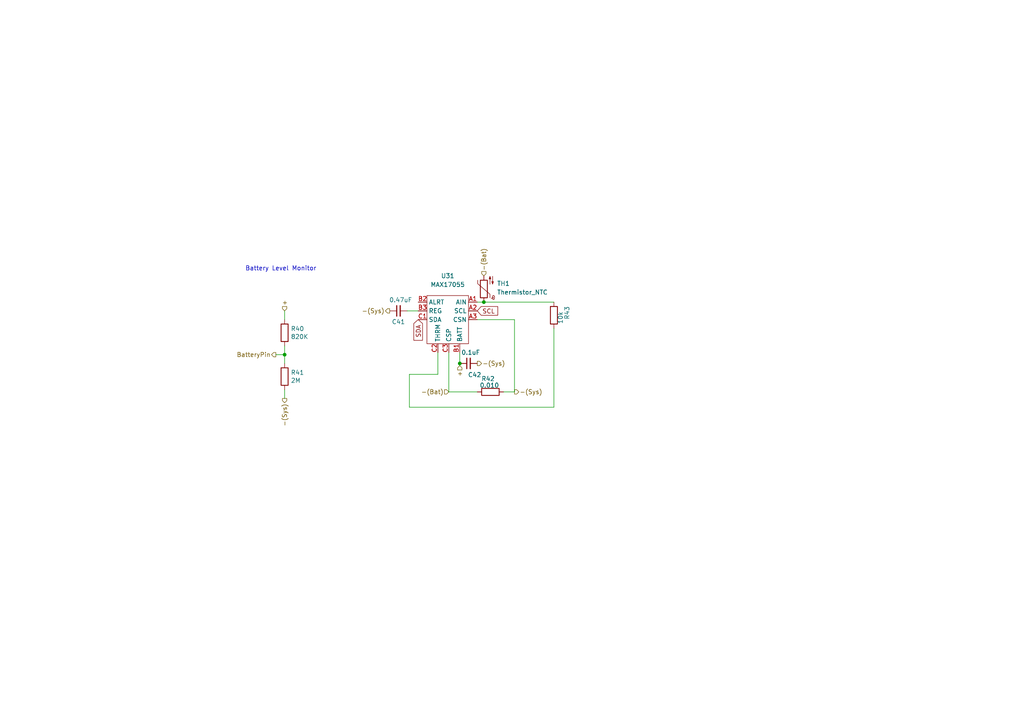
<source format=kicad_sch>
(kicad_sch (version 20230121) (generator eeschema)
  (paper "A4")
  (lib_symbols
    (symbol "Device:C_Small" (pin_numbers hide) (pin_names (offset 0.254) hide)
      (property "Reference" "C" (at 0.254 1.778 0))
      (property "Value" "C_Small" (at 0.254 -2.032 0))
      (symbol "C_Small_0_1"
        (polyline (pts (xy -1.524 -0.508) (xy 1.524 -0.508)) (stroke (width 0.3302)))
        (polyline (pts (xy -1.524 0.508) (xy 1.524 0.508)) (stroke (width 0.3048)))
      )
      (symbol "C_Small_1_1"
        (pin passive line (at 0 2.54 270) (length 2.032) (name "~") (number "1"))
        (pin passive line (at 0 -2.54 90) (length 2.032) (name "~") (number "2"))
      )
    )
    (symbol "Device:R" (pin_numbers hide) (pin_names (offset 0))
      (property "Reference" "R" (at 2.032 0 90))
      (property "Value" "R" (at 0 0 90))
      (symbol "R_0_1"
        (rectangle (start -1.016 -2.54) (end 1.016 2.54) (stroke (width 0.254)))
      )
      (symbol "R_1_1"
        (pin passive line (at 0 3.81 270) (length 1.27) (name "~") (number "1"))
        (pin passive line (at 0 -3.81 90) (length 1.27) (name "~") (number "2"))
      )
    )
    (symbol "Device:Thermistor_NTC" (pin_numbers hide) (pin_names (offset 0))
      (property "Reference" "TH" (at -4.445 0 90))
      (property "Value" "Thermistor_NTC" (at 3.175 0 90))
      (symbol "Thermistor_NTC_0_1"
        (arc (start -3.048 2.159) (mid -3.0505 2.3165) (end -3.175 2.413))
        (arc (start -3.048 2.159) (mid -2.9736 1.9794) (end -2.794 1.905))
        (arc (start -3.048 2.794) (mid -2.9736 2.6144) (end -2.794 2.54))
        (arc (start -2.794 1.905) (mid -2.6144 1.9794) (end -2.54 2.159))
        (arc (start -2.794 2.54) (mid -2.434 2.5608) (end -2.159 2.794))
        (arc (start -2.794 3.048) (mid -2.9736 2.9736) (end -3.048 2.794))
        (arc (start -2.54 2.794) (mid -2.6144 2.9736) (end -2.794 3.048))
        (rectangle (start -1.016 2.54) (end 1.016 -2.54) (stroke (width 0.254)))
        (polyline (pts (xy -2.54 2.159) (xy -2.54 2.794)))
        (polyline (pts (xy -1.778 2.54) (xy -1.778 1.524) (xy 1.778 -1.524) (xy 1.778 -2.54)))
        (polyline (pts (xy -2.54 -3.683) (xy -2.54 -1.397) (xy -2.794 -2.159) (xy -2.286 -2.159) (xy -2.54 -1.397) (xy -2.54 -1.651)) (fill (type outline)))
        (polyline (pts (xy -1.778 -1.397) (xy -1.778 -3.683) (xy -2.032 -2.921) (xy -1.524 -2.921) (xy -1.778 -3.683) (xy -1.778 -3.429)) (fill (type outline)))
      )
      (symbol "Thermistor_NTC_1_1"
        (pin passive line (at 0 3.81 270) (length 1.27) (name "~") (number "1"))
        (pin passive line (at 0 -3.81 90) (length 1.27) (name "~") (number "2"))
      )
    )
    (symbol "Library:MAX17055"
      (property "Reference" "U" (at 0 6.985 0))
      (property "Value" "MAX17055" (at 0 9.525 0))
      (symbol "MAX17055_0_1"
        (rectangle (start -5.715 5.715) (end 6.35 -8.255))
      )
      (symbol "MAX17055_1_1"
        (pin input line (at 8.89 3.81 180) (length 2.54) (name "AIN") (number "A1"))
        (pin input line (at 8.89 1.27 180) (length 2.54) (name "SCL") (number "A2"))
        (pin input line (at 8.89 -1.27 180) (length 2.54) (name "CSN") (number "A3"))
        (pin input line (at 3.81 -10.795 90) (length 2.54) (name "BATT") (number "B1"))
        (pin input line (at -8.255 3.81 0) (length 2.54) (name "ALRT") (number "B2"))
        (pin input line (at -8.255 1.27 0) (length 2.54) (name "REG") (number "B3"))
        (pin input line (at -8.255 -1.27 0) (length 2.54) (name "SDA") (number "C1"))
        (pin input line (at -2.54 -10.795 90) (length 2.54) (name "THRM") (number "C2"))
        (pin input line (at 0.635 -10.795 90) (length 2.54) (name "CSP") (number "C3"))
      )
    )
  )
  (junction (at 133.35 105.41))
  (junction (at 140.335 87.63))
  (junction (at 82.55 102.87))
  (wire (pts (xy 82.55 100.33) (xy 82.55 102.87)))
  (wire (pts (xy 118.11 90.17) (xy 121.285 90.17)))
  (wire (pts (xy 140.335 87.63) (xy 138.43 87.63)))
  (wire (pts (xy 82.55 102.87) (xy 82.55 105.41)))
  (wire (pts (xy 149.225 113.665) (xy 149.225 92.71)))
  (wire (pts (xy 140.335 87.63) (xy 160.655 87.63)))
  (wire (pts (xy 160.655 118.11) (xy 118.745 118.11)))
  (wire (pts (xy 82.55 113.03) (xy 82.55 115.57)))
  (wire (pts (xy 130.175 113.665) (xy 138.43 113.665)))
  (wire (pts (xy 80.01 102.87) (xy 82.55 102.87)))
  (wire (pts (xy 118.745 108.585) (xy 127 108.585)))
  (wire (pts (xy 146.05 113.665) (xy 149.225 113.665)))
  (wire (pts (xy 118.745 118.11) (xy 118.745 108.585)))
  (wire (pts (xy 130.175 102.235) (xy 130.175 113.665)))
  (wire (pts (xy 149.225 92.71) (xy 138.43 92.71)))
  (wire (pts (xy 127 108.585) (xy 127 102.235)))
  (wire (pts (xy 133.35 105.41) (xy 133.35 102.235)))
  (wire (pts (xy 133.35 106.045) (xy 133.35 105.41)))
  (wire (pts (xy 82.55 90.17) (xy 82.55 92.71)))
  (wire (pts (xy 160.655 95.25) (xy 160.655 118.11)))
  (text "Battery Level Monitor\n" (at 71.12 78.74 0) (effects (font (size 1.27 1.27)) (justify left bottom)))
  (global_label "SDA" (shape input) (at 121.285 92.71 270) (property "Intersheetrefs" "${INTERSHEET_REFS}" (effects hide)))
  (global_label "SCL" (shape input) (at 138.43 90.17 0) (property "Intersheetrefs" "${INTERSHEET_REFS}" (effects hide)))
  (hierarchical_label "-(Sys)" (shape output) (at 82.55 115.57 270))
  (hierarchical_label "+" (shape input) (at 82.55 90.17 90))
  (hierarchical_label "-(Bat)" (shape input) (at 140.335 80.01 90))
  (hierarchical_label "-(Sys)" (shape output) (at 113.03 90.17 180))
  (hierarchical_label "-(Bat)" (shape input) (at 130.175 113.665 180))
  (hierarchical_label "+" (shape input) (at 133.35 106.045 270))
  (hierarchical_label "-(Sys)" (shape output) (at 138.43 105.41 0))
  (hierarchical_label "-(Sys)" (shape output) (at 149.225 113.665 0))
  (hierarchical_label "BatteryPin" (shape output) (at 80.01 102.87 180))
  (symbol (lib_id "Library:MAX17055") (at 129.54 91.44 0) (unit 1)
    (property "Reference" "U31" (at 129.8575 80.01 0))
    (property "Value" "MAX17055" (at 129.8575 82.55 0))
    (property "Footprint" "Package_BGA:WLP-9_1.448x1.468mm_Layout3x3_P0.4mm_Ball0.27mm_Pad0.25mm" (effects hide))
  )
  (symbol (lib_id "Device:Thermistor_NTC") (at 140.335 83.82 180) (unit 1)
    (property "Reference" "TH1" (at 144.145 82.2324 0) (effects (justify right)))
    (property "Value" "Thermistor_NTC" (at 144.145 84.7724 0) (effects (justify right)))
    (property "Footprint" "Resistor_SMD:R_0402_1005Metric" (effects hide))
  )
  (symbol (lib_id "Device:C_Small") (at 135.89 105.41 90) (unit 1)
    (property "Reference" "C42" (at 137.668 108.712 90))
    (property "Value" "0.1uF" (at 136.525 102.235 90))
    (property "Footprint" "Capacitor_SMD:C_0402_1005Metric" (effects hide))
  )
  (symbol (lib_id "Device:R") (at 160.655 91.44 0) (unit 1)
    (property "Reference" "R43" (at 164.465 92.71 90) (effects (justify left)))
    (property "Value" "10k" (at 162.56 93.98 90) (effects (justify left)))
    (property "Footprint" "Resistor_SMD:R_0402_1005Metric" (effects hide))
  )
  (symbol (lib_id "Device:R") (at 142.24 113.665 90) (unit 1)
    (property "Reference" "R42" (at 143.51 109.855 90) (effects (justify left)))
    (property "Value" "0.010" (at 144.78 111.76 90) (effects (justify left)))
    (property "Footprint" "Resistor_SMD:R_1206_3216Metric" (effects hide))
  )
  (symbol (lib_id "Device:R") (at 82.55 96.52 0) (unit 1)
    (property "Reference" "R40" (at 84.328 95.3516 0) (effects (justify left)))
    (property "Value" "820K" (at 84.328 97.663 0) (effects (justify left)))
    (property "Footprint" "Resistor_SMD:R_0402_1005Metric" (effects hide))
  )
  (symbol (lib_id "Device:R") (at 82.55 109.22 0) (unit 1)
    (property "Reference" "R41" (at 84.328 108.0516 0) (effects (justify left)))
    (property "Value" "2M" (at 84.328 110.363 0) (effects (justify left)))
    (property "Footprint" "Resistor_SMD:R_0402_1005Metric" (effects hide))
  )
  (symbol (lib_id "Device:C_Small") (at 115.57 90.17 90) (unit 1)
    (property "Reference" "C41" (at 115.57 93.345 90))
    (property "Value" "0.47uF" (at 116.205 86.995 90))
    (property "Footprint" "Capacitor_SMD:C_0402_1005Metric" (effects hide))
  )
)
</source>
